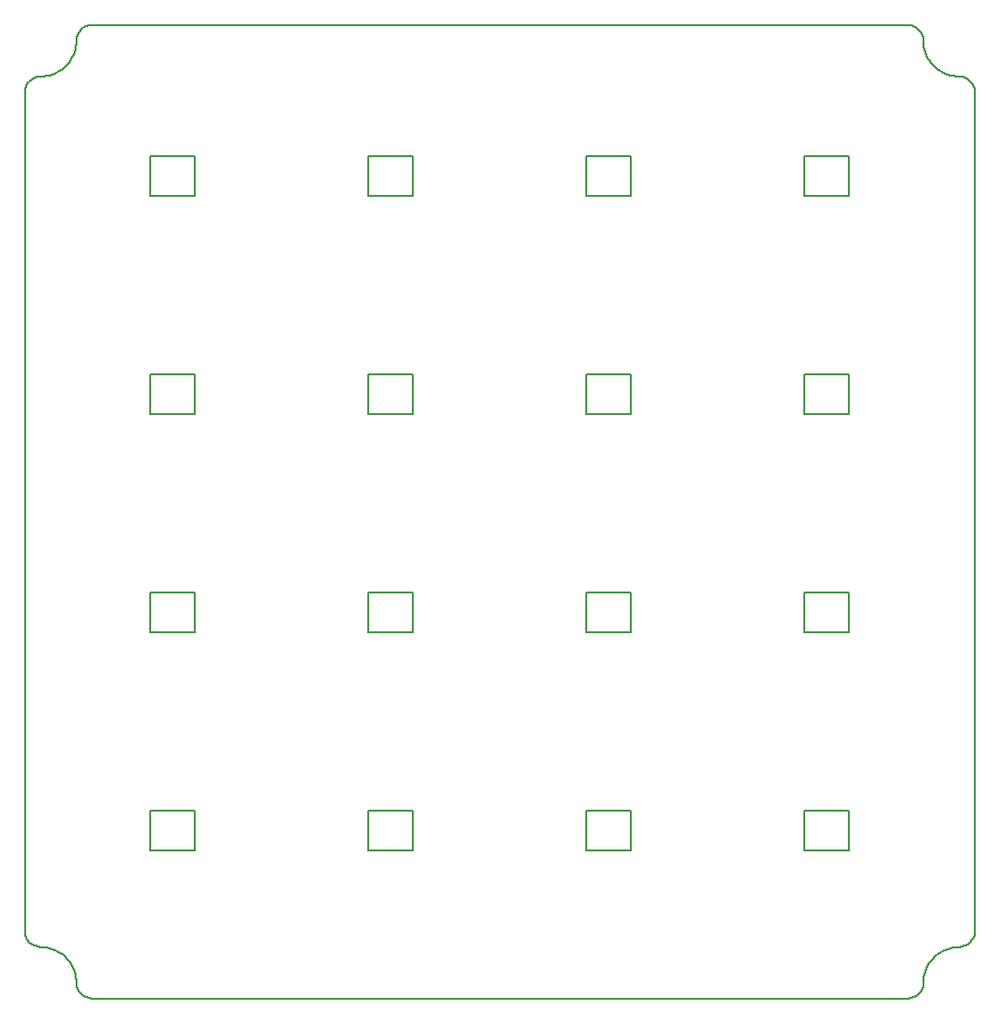
<source format=gm1>
G04*
G04 #@! TF.GenerationSoftware,Altium Limited,Altium Designer,20.2.5 (213)*
G04*
G04 Layer_Color=16711935*
%FSLAX25Y25*%
%MOIN*%
G70*
G04*
G04 #@! TF.SameCoordinates,1507EDD1-6C34-405B-B7BF-0C5FC60213AE*
G04*
G04*
G04 #@! TF.FilePolarity,Positive*
G04*
G01*
G75*
%ADD12C,0.00787*%
D12*
X-155610Y166142D02*
X-156647Y166040D01*
X-157644Y165737D01*
X-158563Y165246D01*
X-159369Y164585D01*
X-160029Y163780D01*
X-160521Y162861D01*
X-160823Y161864D01*
X-160925Y160827D01*
X-155610Y166142D02*
X-154586Y166184D01*
X-153569Y166311D01*
X-152566Y166521D01*
X-151583Y166814D01*
X-150629Y167186D01*
X-149708Y167636D01*
X-148827Y168161D01*
X-147993Y168757D01*
X-147211Y169419D01*
X-146486Y170144D01*
X-145824Y170926D01*
X-145228Y171760D01*
X-144703Y172641D01*
X-144253Y173562D01*
X-143881Y174516D01*
X-143588Y175499D01*
X-143378Y176502D01*
X-143251Y177519D01*
X-143209Y178543D01*
X-137894Y183858D02*
X-138931Y183756D01*
X-139928Y183454D01*
X-140847Y182963D01*
X-141652Y182302D01*
X-142313Y181496D01*
X-142804Y180577D01*
X-143106Y179580D01*
X-143209Y178543D01*
X148130Y178445D02*
X148037Y179492D01*
X147740Y180501D01*
X147253Y181433D01*
X146594Y182252D01*
X145787Y182927D01*
X144864Y183431D01*
X143861Y183746D01*
X142815Y183858D01*
X148130Y178445D02*
X148176Y177425D01*
X148307Y176412D01*
X148520Y175414D01*
X148815Y174437D01*
X149190Y173487D01*
X149642Y172572D01*
X150168Y171697D01*
X150765Y170868D01*
X151428Y170092D01*
X152153Y169373D01*
X152934Y168716D01*
X153767Y168126D01*
X154647Y167607D01*
X155566Y167162D01*
X156518Y166795D01*
X157498Y166508D01*
X158498Y166302D01*
X159511Y166180D01*
X160531Y166142D01*
X165847Y160827D02*
X165744Y161864D01*
X165442Y162861D01*
X164951Y163780D01*
X164290Y164585D01*
X163484Y165246D01*
X162566Y165737D01*
X161568Y166040D01*
X160531Y166142D01*
X160531Y-133071D02*
X161568Y-132969D01*
X162566Y-132666D01*
X163484Y-132175D01*
X164290Y-131514D01*
X164951Y-130709D01*
X165442Y-129790D01*
X165744Y-128793D01*
X165847Y-127756D01*
X160531Y-133071D02*
X159507Y-133113D01*
X158490Y-133240D01*
X157487Y-133450D01*
X156505Y-133743D01*
X155550Y-134115D01*
X154629Y-134566D01*
X153749Y-135090D01*
X152914Y-135686D01*
X152132Y-136348D01*
X151407Y-137073D01*
X150745Y-137855D01*
X150149Y-138689D01*
X149625Y-139570D01*
X149174Y-140491D01*
X148802Y-141446D01*
X148509Y-142428D01*
X148299Y-143431D01*
X148172Y-144448D01*
X148130Y-145472D01*
X142815Y-150787D02*
X143852Y-150685D01*
X144849Y-150383D01*
X145768Y-149892D01*
X146573Y-149231D01*
X147234Y-148425D01*
X147725Y-147506D01*
X148028Y-146509D01*
X148130Y-145473D01*
X-143209Y-145472D02*
X-143106Y-146509D01*
X-142804Y-147506D01*
X-142313Y-148425D01*
X-141652Y-149231D01*
X-140847Y-149892D01*
X-139928Y-150383D01*
X-138931Y-150685D01*
X-137894Y-150787D01*
X-143209Y-145472D02*
X-143251Y-144448D01*
X-143378Y-143431D01*
X-143588Y-142428D01*
X-143881Y-141446D01*
X-144253Y-140491D01*
X-144703Y-139570D01*
X-145228Y-138689D01*
X-145824Y-137855D01*
X-146486Y-137073D01*
X-147211Y-136348D01*
X-147993Y-135686D01*
X-148827Y-135090D01*
X-149708Y-134566D01*
X-150629Y-134115D01*
X-151583Y-133743D01*
X-152566Y-133450D01*
X-153569Y-133240D01*
X-154586Y-133113D01*
X-155610Y-133071D01*
X-160925Y-127760D02*
X-160823Y-128796D01*
X-160520Y-129793D01*
X-160029Y-130711D01*
X-159368Y-131516D01*
X-158562Y-132176D01*
X-157644Y-132667D01*
X-156647Y-132969D01*
X-155610Y-133071D01*
X32323Y125256D02*
X47480D01*
Y138839D01*
X32323D02*
X47480D01*
X32323Y125256D02*
Y138839D01*
X107323Y125256D02*
Y138839D01*
X122480D01*
Y125256D02*
Y138839D01*
X107323Y125256D02*
X122480D01*
X-42677D02*
Y138839D01*
X-27520D01*
Y125256D02*
Y138839D01*
X-42677Y125256D02*
X-27520D01*
X-117677D02*
Y138839D01*
X-102520D01*
Y125256D02*
Y138839D01*
X-117677Y125256D02*
X-102520D01*
X107323Y50256D02*
Y63839D01*
X122480D01*
Y50256D02*
Y63839D01*
X107323Y50256D02*
X122480D01*
X32323D02*
Y63839D01*
X47480D01*
Y50256D02*
Y63839D01*
X32323Y50256D02*
X47480D01*
X-42677D02*
Y63839D01*
X-27520D01*
Y50256D02*
Y63839D01*
X-42677Y50256D02*
X-27520D01*
X-117677D02*
Y63839D01*
X-102520D01*
Y50256D02*
Y63839D01*
X-117677Y50256D02*
X-102520D01*
X107323Y-24744D02*
Y-11161D01*
X122480D01*
Y-24744D02*
Y-11161D01*
X107323Y-24744D02*
X122480D01*
X32323D02*
Y-11161D01*
X47480D01*
Y-24744D02*
Y-11161D01*
X32323Y-24744D02*
X47480D01*
X-42677D02*
Y-11161D01*
X-27520D01*
Y-24744D02*
Y-11161D01*
X-42677Y-24744D02*
X-27520D01*
X-117677D02*
Y-11161D01*
X-102520D01*
Y-24744D02*
Y-11161D01*
X-117677Y-24744D02*
X-102520D01*
X107323Y-99744D02*
Y-86161D01*
X122480D01*
Y-99744D02*
Y-86161D01*
X107323Y-99744D02*
X122480D01*
X32323D02*
Y-86161D01*
X47480D01*
Y-99744D02*
Y-86161D01*
X32323Y-99744D02*
X47480D01*
X-42677D02*
Y-86161D01*
X-27520D01*
Y-99744D02*
Y-86161D01*
X-42677Y-99744D02*
X-27520D01*
X-117677D02*
Y-86161D01*
X-102520D01*
Y-99744D02*
Y-86161D01*
X-117677Y-99744D02*
X-102520D01*
X-137894Y-150787D02*
X142815D01*
X165847Y-127756D02*
Y160827D01*
X-137894Y183858D02*
X142816D01*
X-160925Y-127760D02*
Y160827D01*
M02*

</source>
